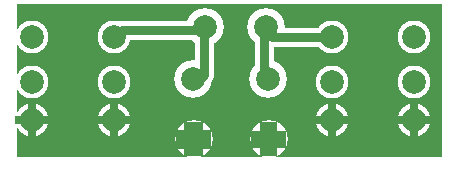
<source format=gbr>
%FSLAX34Y34*%
%MOMM*%
%LNCOPPER_BOTTOM*%
G71*
G01*
%ADD10C,2.800*%
%ADD11C,3.200*%
%ADD12C,1.600*%
%ADD13C,2.800*%
%ADD14C,0.667*%
%ADD15C,1.607*%
%ADD16C,1.447*%
%ADD17C,2.000*%
%ADD18C,0.800*%
%ADD19C,2.000*%
%LPD*%
G36*
X0Y1000000D02*
X360000Y1000000D01*
X360000Y870000D01*
X0Y870000D01*
X0Y1000000D01*
G37*
%LPC*%
X266700Y971550D02*
G54D10*
D03*
X336550Y971550D02*
G54D10*
D03*
X266700Y901700D02*
G54D10*
D03*
X336550Y901700D02*
G54D10*
D03*
X336550Y933450D02*
G54D10*
D03*
X266700Y933450D02*
G54D10*
D03*
X210591Y980321D02*
G54D11*
D03*
X159610Y980209D02*
G54D11*
D03*
X12700Y971550D02*
G54D10*
D03*
X82550Y971550D02*
G54D10*
D03*
X12700Y901700D02*
G54D10*
D03*
X82550Y901700D02*
G54D10*
D03*
X82550Y933450D02*
G54D10*
D03*
X12700Y933450D02*
G54D10*
D03*
X149527Y936223D02*
G54D11*
D03*
X149640Y885242D02*
G54D11*
D03*
X213027Y936223D02*
G54D11*
D03*
X213140Y885242D02*
G54D11*
D03*
G54D12*
X82550Y971550D02*
X88900Y977900D01*
X158750Y977900D01*
X159610Y980209D01*
G54D12*
X149527Y936223D02*
X152400Y933450D01*
X158750Y939800D01*
X158750Y977900D01*
X159610Y980209D01*
G54D12*
X213027Y936223D02*
X215900Y933450D01*
X209550Y939800D01*
X209550Y977900D01*
X210591Y980321D01*
G54D12*
X210591Y980321D02*
X209550Y977900D01*
X215900Y971550D01*
X266700Y971550D01*
X12700Y901700D02*
G54D13*
D03*
X82550Y901700D02*
G54D13*
D03*
X149639Y885242D02*
G54D13*
D03*
X213140Y885242D02*
G54D13*
D03*
X266700Y901700D02*
G54D13*
D03*
X336550Y901700D02*
G54D13*
D03*
%LPD*%
G54D14*
G36*
X9367Y901700D02*
X9367Y916200D01*
X16033Y916200D01*
X16033Y901700D01*
X9367Y901700D01*
G37*
G36*
X12700Y905033D02*
X27200Y905033D01*
X27200Y898367D01*
X12700Y898367D01*
X12700Y905033D01*
G37*
G36*
X16033Y901700D02*
X16033Y887200D01*
X9367Y887200D01*
X9367Y901700D01*
X16033Y901700D01*
G37*
G36*
X12700Y898367D02*
X-1800Y898367D01*
X-1800Y905033D01*
X12700Y905033D01*
X12700Y898367D01*
G37*
G54D14*
G36*
X79217Y901700D02*
X79217Y916200D01*
X85883Y916200D01*
X85883Y901700D01*
X79217Y901700D01*
G37*
G36*
X82550Y905033D02*
X97050Y905033D01*
X97050Y898367D01*
X82550Y898367D01*
X82550Y905033D01*
G37*
G36*
X85883Y901700D02*
X85883Y887200D01*
X79217Y887200D01*
X79217Y901700D01*
X85883Y901700D01*
G37*
G36*
X82550Y898367D02*
X68050Y898367D01*
X68050Y905033D01*
X82550Y905033D01*
X82550Y898367D01*
G37*
G54D15*
G36*
X141606Y885242D02*
X141606Y899742D01*
X157672Y899742D01*
X157672Y885242D01*
X141606Y885242D01*
G37*
G36*
X149639Y893275D02*
X164139Y893275D01*
X164139Y877209D01*
X149639Y877209D01*
X149639Y893275D01*
G37*
G36*
X157672Y885242D02*
X157672Y870742D01*
X141606Y870742D01*
X141606Y885242D01*
X157672Y885242D01*
G37*
G36*
X149639Y877209D02*
X135139Y877209D01*
X135139Y893275D01*
X149639Y893275D01*
X149639Y877209D01*
G37*
G54D16*
G36*
X205907Y885242D02*
X205907Y899742D01*
X220373Y899742D01*
X220373Y885242D01*
X205907Y885242D01*
G37*
G36*
X213140Y892475D02*
X227640Y892475D01*
X227640Y878009D01*
X213140Y878009D01*
X213140Y892475D01*
G37*
G36*
X220373Y885242D02*
X220373Y870742D01*
X205907Y870742D01*
X205907Y885242D01*
X220373Y885242D01*
G37*
G36*
X213140Y878009D02*
X198640Y878009D01*
X198640Y892475D01*
X213140Y892475D01*
X213140Y878009D01*
G37*
G54D14*
G36*
X263367Y901700D02*
X263367Y916200D01*
X270033Y916200D01*
X270033Y901700D01*
X263367Y901700D01*
G37*
G36*
X266700Y905033D02*
X281200Y905033D01*
X281200Y898367D01*
X266700Y898367D01*
X266700Y905033D01*
G37*
G36*
X270033Y901700D02*
X270033Y887200D01*
X263367Y887200D01*
X263367Y901700D01*
X270033Y901700D01*
G37*
G36*
X266700Y898367D02*
X252200Y898367D01*
X252200Y905033D01*
X266700Y905033D01*
X266700Y898367D01*
G37*
G54D14*
G36*
X333217Y901700D02*
X333217Y916200D01*
X339883Y916200D01*
X339883Y901700D01*
X333217Y901700D01*
G37*
G36*
X336550Y905033D02*
X351050Y905033D01*
X351050Y898367D01*
X336550Y898367D01*
X336550Y905033D01*
G37*
G36*
X339883Y901700D02*
X339883Y887200D01*
X333217Y887200D01*
X333217Y901700D01*
X339883Y901700D01*
G37*
G36*
X336550Y898367D02*
X322050Y898367D01*
X322050Y905033D01*
X336550Y905033D01*
X336550Y898367D01*
G37*
X266700Y971550D02*
G54D17*
D03*
X336550Y971550D02*
G54D17*
D03*
X266700Y901700D02*
G54D17*
D03*
X336550Y901700D02*
G54D17*
D03*
X336550Y933450D02*
G54D17*
D03*
X266700Y933450D02*
G54D17*
D03*
X210591Y980321D02*
G54D17*
D03*
X159610Y980209D02*
G54D17*
D03*
X12700Y971550D02*
G54D17*
D03*
X82550Y971550D02*
G54D17*
D03*
X12700Y901700D02*
G54D17*
D03*
X82550Y901700D02*
G54D17*
D03*
X82550Y933450D02*
G54D17*
D03*
X12700Y933450D02*
G54D17*
D03*
X149527Y936223D02*
G54D17*
D03*
X149640Y885242D02*
G54D17*
D03*
X213027Y936223D02*
G54D17*
D03*
X213140Y885242D02*
G54D17*
D03*
G54D18*
X82550Y971550D02*
X88900Y977900D01*
X158750Y977900D01*
X159610Y980209D01*
G54D18*
X149527Y936223D02*
X152400Y933450D01*
X158750Y939800D01*
X158750Y977900D01*
X159610Y980209D01*
G54D18*
X213027Y936223D02*
X215900Y933450D01*
X209550Y939800D01*
X209550Y977900D01*
X210591Y980321D01*
G54D18*
X210591Y980321D02*
X209550Y977900D01*
X215900Y971550D01*
X266700Y971550D01*
X12700Y901700D02*
G54D19*
D03*
X82550Y901700D02*
G54D19*
D03*
X149639Y885242D02*
G54D19*
D03*
X213140Y885242D02*
G54D19*
D03*
X266700Y901700D02*
G54D19*
D03*
X336550Y901700D02*
G54D19*
D03*
M02*

</source>
